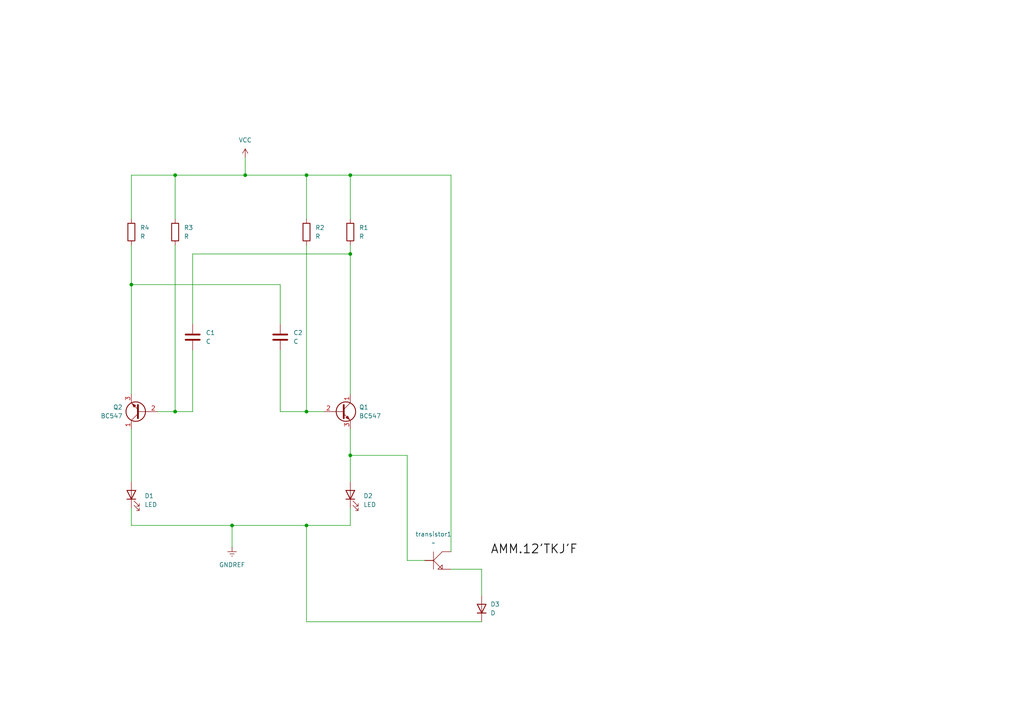
<source format=kicad_sch>
(kicad_sch (version 20250114) (generator "eeschema") (generator_version "9.0")
  (paper "A4")
  (lib_symbols
    (symbol "AMM.TKJ:transistor"
      (property "Reference" "transistor" (at -7.112 -2.54 0))
      (symbol "transistor_0_1"
        (polyline (pts (xy -2.54 0) (xy 0 0) (xy 0 2.54) (xy 0 -2.54) (xy 0 0) (xy 2.54 2.54) (xy 0 0) (xy 2.54 -2.54)))
        (polyline (pts (xy 2.54 -2.54) (xy 2.54 -1.27) (xy 1.27 -2.54) (xy 2.54 -2.54)))
      )
      (symbol "transistor_1_1"
        (pin input line (at -2.54 0 0) (length 2.54) (name "") (number ""))
        (pin input line (at 5.08 2.54 180) (length 2.54) (name "") (number ""))
        (pin output line (at 5.08 -2.54 180) (length 2.54) (name "") (number ""))
      )
    )
    (symbol "Device:C" (pin_numbers (hide yes)) (pin_names (offset 0.254))
      (property "Reference" "C" (at 0.635 2.54 0))
      (property "Value" "C" (at 0.635 -2.54 0))
      (symbol "C_0_1"
        (polyline (pts (xy -2.032 0.762) (xy 2.032 0.762)) (stroke (width 0.508)))
        (polyline (pts (xy -2.032 -0.762) (xy 2.032 -0.762)) (stroke (width 0.508)))
      )
      (symbol "C_1_1"
        (pin passive line (at 0 3.81 270) (length 2.794) (name "~") (number "1"))
        (pin passive line (at 0 -3.81 90) (length 2.794) (name "~") (number "2"))
      )
    )
    (symbol "Device:D" (pin_numbers (hide yes)) (pin_names (offset 1.016) (hide yes))
      (property "Reference" "D" (at 0 2.54 0))
      (property "Value" "D" (at 0 -2.54 0))
      (symbol "D_0_1"
        (polyline (pts (xy -1.27 1.27) (xy -1.27 -1.27)) (stroke (width 0.254)))
        (polyline (pts (xy 1.27 1.27) (xy 1.27 -1.27) (xy -1.27 0) (xy 1.27 1.27)) (stroke (width 0.254)))
        (polyline (pts (xy 1.27 0) (xy -1.27 0)))
      )
      (symbol "D_1_1"
        (pin passive line (at -3.81 0 0) (length 2.54) (name "K") (number "1"))
        (pin passive line (at 3.81 0 180) (length 2.54) (name "A") (number "2"))
      )
    )
    (symbol "Device:LED" (pin_numbers (hide yes)) (pin_names (offset 1.016) (hide yes))
      (property "Reference" "D" (at 0 2.54 0))
      (property "Value" "LED" (at 0 -2.54 0))
      (symbol "LED_0_1"
        (polyline (pts (xy -3.048 -0.762) (xy -4.572 -2.286) (xy -3.81 -2.286) (xy -4.572 -2.286) (xy -4.572 -1.524)))
        (polyline (pts (xy -1.778 -0.762) (xy -3.302 -2.286) (xy -2.54 -2.286) (xy -3.302 -2.286) (xy -3.302 -1.524)))
        (polyline (pts (xy -1.27 0) (xy 1.27 0)))
        (polyline (pts (xy -1.27 -1.27) (xy -1.27 1.27)) (stroke (width 0.254)))
        (polyline (pts (xy 1.27 -1.27) (xy 1.27 1.27) (xy -1.27 0) (xy 1.27 -1.27)) (stroke (width 0.254)))
      )
      (symbol "LED_1_1"
        (pin passive line (at -3.81 0 0) (length 2.54) (name "K") (number "1"))
        (pin passive line (at 3.81 0 180) (length 2.54) (name "A") (number "2"))
      )
    )
    (symbol "Device:R" (pin_numbers (hide yes)) (pin_names (offset 0))
      (property "Reference" "R" (at 2.032 0 90))
      (property "Value" "R" (at 0 0 90))
      (symbol "R_0_1"
        (rectangle (start -1.016 -2.54) (end 1.016 2.54) (stroke (width 0.254)))
      )
      (symbol "R_1_1"
        (pin passive line (at 0 3.81 270) (length 1.27) (name "~") (number "1"))
        (pin passive line (at 0 -3.81 90) (length 1.27) (name "~") (number "2"))
      )
    )
    (symbol "Transistor_BJT:BC547" (pin_names (offset 0) (hide yes))
      (property "Reference" "Q" (at 5.08 1.905 0))
      (property "Value" "BC547" (at 5.08 0 0))
      (symbol "BC547_0_1"
        (polyline (pts (xy -2.54 0) (xy 0.635 0)))
        (polyline (pts (xy 0.635 1.905) (xy 0.635 -1.905)) (stroke (width 0.508)))
        (circle (center 1.27 0) (radius 2.8194) (stroke (width 0.254)))
      )
      (symbol "BC547_1_1"
        (polyline (pts (xy 0.635 0.635) (xy 2.54 2.54)))
        (polyline (pts (xy 0.635 -0.635) (xy 2.54 -2.54)))
        (polyline (pts (xy 1.27 -1.778) (xy 1.778 -1.27) (xy 2.286 -2.286) (xy 1.27 -1.778)) (fill (type outline)))
        (pin input line (at -5.08 0 0) (length 2.54) (name "B") (number "2"))
        (pin passive line (at 2.54 5.08 270) (length 2.54) (name "C") (number "1"))
        (pin passive line (at 2.54 -5.08 90) (length 2.54) (name "E") (number "3"))
      )
    )
    (symbol "power:GNDREF" (power) (pin_numbers (hide yes)) (pin_names (offset 0) (hide yes))
      (property "Value" "GNDREF" (at 0 -3.81 0))
      (symbol "GNDREF_0_1"
        (polyline (pts (xy -0.635 -1.905) (xy 0.635 -1.905)))
        (polyline (pts (xy -0.127 -2.54) (xy 0.127 -2.54)))
        (polyline (pts (xy 0 -1.27) (xy 0 0)))
        (polyline (pts (xy 1.27 -1.27) (xy -1.27 -1.27)))
      )
      (symbol "GNDREF_1_1"
        (pin power_in line (at 0 0 270) (length 0) (name "~") (number "1"))
      )
    )
    (symbol "power:VCC" (power) (pin_numbers (hide yes)) (pin_names (offset 0) (hide yes))
      (property "Value" "VCC" (at 0 3.556 0))
      (symbol "VCC_0_1"
        (polyline (pts (xy -0.762 1.27) (xy 0 2.54)))
        (polyline (pts (xy 0 2.54) (xy 0.762 1.27)))
        (polyline (pts (xy 0 0) (xy 0 2.54)))
      )
      (symbol "VCC_1_1"
        (pin power_in line (at 0 0 90) (length 0) (name "~") (number "1"))
      )
    )
  )
  (junction (at 88.9 152.4))
  (junction (at 101.6 132.08))
  (junction (at 88.9 50.8))
  (junction (at 71.12 50.8))
  (junction (at 67.31 152.4))
  (junction (at 38.1 82.55))
  (junction (at 101.6 73.66))
  (junction (at 88.9 119.38))
  (junction (at 50.8 119.38))
  (junction (at 101.6 50.8))
  (junction (at 50.8 50.8))
  (wire (pts (xy 101.6 124.46) (xy 101.6 132.08)))
  (wire (pts (xy 118.11 162.56) (xy 123.19 162.56)))
  (wire (pts (xy 55.88 93.98) (xy 55.88 73.66)))
  (wire (pts (xy 81.28 101.6) (xy 81.28 119.38)))
  (wire (pts (xy 50.8 119.38) (xy 55.88 119.38)))
  (wire (pts (xy 139.7 165.1) (xy 139.7 172.72)))
  (wire (pts (xy 38.1 82.55) (xy 38.1 114.3)))
  (wire (pts (xy 45.72 119.38) (xy 50.8 119.38)))
  (wire (pts (xy 55.88 73.66) (xy 101.6 73.66)))
  (wire (pts (xy 81.28 82.55) (xy 81.28 93.98)))
  (wire (pts (xy 50.8 71.12) (xy 50.8 119.38)))
  (wire (pts (xy 38.1 152.4) (xy 67.31 152.4)))
  (wire (pts (xy 118.11 132.08) (xy 118.11 162.56)))
  (wire (pts (xy 38.1 50.8) (xy 50.8 50.8)))
  (wire (pts (xy 88.9 180.34) (xy 88.9 152.4)))
  (wire (pts (xy 38.1 147.32) (xy 38.1 152.4)))
  (wire (pts (xy 38.1 71.12) (xy 38.1 82.55)))
  (wire (pts (xy 81.28 119.38) (xy 88.9 119.38)))
  (wire (pts (xy 88.9 119.38) (xy 93.98 119.38)))
  (wire (pts (xy 88.9 50.8) (xy 71.12 50.8)))
  (wire (pts (xy 88.9 152.4) (xy 101.6 152.4)))
  (wire (pts (xy 38.1 124.46) (xy 38.1 139.7)))
  (wire (pts (xy 50.8 63.5) (xy 50.8 50.8)))
  (wire (pts (xy 101.6 71.12) (xy 101.6 73.66)))
  (wire (pts (xy 88.9 71.12) (xy 88.9 119.38)))
  (wire (pts (xy 67.31 152.4) (xy 88.9 152.4)))
  (wire (pts (xy 101.6 50.8) (xy 88.9 50.8)))
  (wire (pts (xy 101.6 63.5) (xy 101.6 50.8)))
  (wire (pts (xy 71.12 45.72) (xy 71.12 50.8)))
  (wire (pts (xy 101.6 50.8) (xy 130.81 50.8)))
  (wire (pts (xy 67.31 158.75) (xy 67.31 152.4)))
  (wire (pts (xy 38.1 82.55) (xy 81.28 82.55)))
  (wire (pts (xy 101.6 132.08) (xy 118.11 132.08)))
  (wire (pts (xy 101.6 147.32) (xy 101.6 152.4)))
  (wire (pts (xy 101.6 132.08) (xy 101.6 139.7)))
  (wire (pts (xy 139.7 180.34) (xy 88.9 180.34)))
  (wire (pts (xy 130.81 165.1) (xy 139.7 165.1)))
  (wire (pts (xy 55.88 101.6) (xy 55.88 119.38)))
  (wire (pts (xy 101.6 73.66) (xy 101.6 114.3)))
  (wire (pts (xy 130.81 50.8) (xy 130.81 160.02)))
  (wire (pts (xy 38.1 63.5) (xy 38.1 50.8)))
  (wire (pts (xy 50.8 50.8) (xy 71.12 50.8)))
  (wire (pts (xy 88.9 50.8) (xy 88.9 63.5)))
  (label "AMM.12'TKJ'F" (at 142.24 161.29 0) (effects (font (size 2.54 2.54) (thickness 0.254) (bold yes))))
  (symbol (lib_id "Device:C") (at 81.28 97.79 0) (unit 1)
    (property "Reference" "C2" (at 85.09 96.5199 0) (effects (justify left)))
    (property "Value" "C" (at 85.09 99.0599 0) (effects (justify left)))
    (property "Description" "Unpolarized capacitor" (effects (hide yes)))
  )
  (symbol (lib_id "Device:C") (at 55.88 97.79 0) (unit 1)
    (property "Reference" "C1" (at 59.69 96.5199 0) (effects (justify left)))
    (property "Value" "C" (at 59.69 99.0599 0) (effects (justify left)))
    (property "Description" "Unpolarized capacitor" (effects (hide yes)))
  )
  (symbol (lib_id "Transistor_BJT:BC547") (at 99.06 119.38 0) (unit 1)
    (property "Reference" "Q1" (at 104.14 118.1099 0) (effects (justify left)))
    (property "Value" "BC547" (at 104.14 120.6499 0) (effects (justify left)))
    (property "Footprint" "Package_TO_SOT_THT:TO-92_Inline" (effects (hide yes)))
    (property "Datasheet" "https://www.onsemi.com/pub/Collateral/BC550-D.pdf" (effects (hide yes)))
    (property "Description" "0.1A Ic, 45V Vce, Small Signal NPN Transistor, TO-92" (effects (hide yes)))
  )
  (symbol (lib_id "AMM.TKJ:transistor") (at 125.73 162.56 0) (unit 1)
    (property "Reference" "transistor1" (at 125.73 154.94 0))
    (property "Value" "~" (at 125.73 157.48 0))
  )
  (symbol (lib_id "power:GNDREF") (at 67.31 158.75 0) (unit 1)
    (property "Reference" "#PWR02" (effects (hide yes)))
    (property "Value" "GNDREF" (at 67.31 163.83 0))
    (property "Description" "Power symbol creates a global label with name \"GNDREF\" , reference supply ground" (effects (hide yes)))
  )
  (symbol (lib_id "Device:D") (at 139.7 176.53 90) (unit 1)
    (property "Reference" "D3" (at 142.24 175.2599 90) (effects (justify right)))
    (property "Value" "D" (at 142.24 177.7999 90) (effects (justify right)))
    (property "Description" "Diode" (effects (hide yes)))
    (property "Sim.Device" "D" (effects (hide yes)))
    (property "Sim.Pins" "1=K 2=A" (effects (hide yes)))
  )
  (symbol (lib_id "Device:R") (at 38.1 67.31 0) (unit 1)
    (property "Reference" "R4" (at 40.64 66.0399 0) (effects (justify left)))
    (property "Value" "R" (at 40.64 68.5799 0) (effects (justify left)))
    (property "Description" "Resistor" (effects (hide yes)))
  )
  (symbol (lib_id "Device:LED") (at 38.1 143.51 90) (unit 1)
    (property "Reference" "D1" (at 41.91 143.8274 90) (effects (justify right)))
    (property "Value" "LED" (at 41.91 146.3674 90) (effects (justify right)))
    (property "Description" "Light emitting diode" (effects (hide yes)))
    (property "Sim.Pins" "1=K 2=A" (effects (hide yes)))
  )
  (symbol (lib_id "Device:R") (at 101.6 67.31 0) (unit 1)
    (property "Reference" "R1" (at 104.14 66.0399 0) (effects (justify left)))
    (property "Value" "R" (at 104.14 68.5799 0) (effects (justify left)))
    (property "Description" "Resistor" (effects (hide yes)))
  )
  (symbol (lib_id "Device:R") (at 50.8 67.31 0) (unit 1)
    (property "Reference" "R3" (at 53.34 66.0399 0) (effects (justify left)))
    (property "Value" "R" (at 53.34 68.5799 0) (effects (justify left)))
    (property "Description" "Resistor" (effects (hide yes)))
  )
  (symbol (lib_id "Device:R") (at 88.9 67.31 0) (unit 1)
    (property "Reference" "R2" (at 91.44 66.0399 0) (effects (justify left)))
    (property "Value" "R" (at 91.44 68.5799 0) (effects (justify left)))
    (property "Description" "Resistor" (effects (hide yes)))
  )
  (symbol (lib_id "power:VCC") (at 71.12 45.72 0) (unit 1)
    (property "Reference" "#PWR01" (effects (hide yes)))
    (property "Value" "VCC" (at 71.12 40.64 0))
    (property "Description" "Power symbol creates a global label with name \"VCC\"" (effects (hide yes)))
  )
  (symbol (lib_id "Device:LED") (at 101.6 143.51 90) (unit 1)
    (property "Reference" "D2" (at 105.41 143.8274 90) (effects (justify right)))
    (property "Value" "LED" (at 105.41 146.3674 90) (effects (justify right)))
    (property "Description" "Light emitting diode" (effects (hide yes)))
    (property "Sim.Pins" "1=K 2=A" (effects (hide yes)))
  )
  (symbol (lib_id "Transistor_BJT:BC547") (at 40.64 119.38 180) (unit 1)
    (property "Reference" "Q2" (at 35.56 118.1099 0) (effects (justify left)))
    (property "Value" "BC547" (at 35.56 120.6499 0) (effects (justify left)))
    (property "Footprint" "Package_TO_SOT_THT:TO-92_Inline" (effects (hide yes)))
    (property "Datasheet" "https://www.onsemi.com/pub/Collateral/BC550-D.pdf" (effects (hide yes)))
    (property "Description" "0.1A Ic, 45V Vce, Small Signal NPN Transistor, TO-92" (effects (hide yes)))
  )
)
</source>
